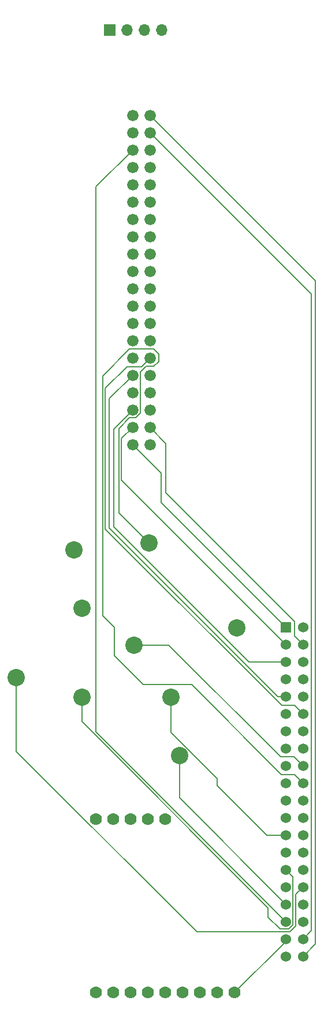
<source format=gbr>
%TF.GenerationSoftware,KiCad,Pcbnew,9.0.0*%
%TF.CreationDate,2025-03-07T03:21:26-05:00*%
%TF.ProjectId,Radio,52616469-6f2e-46b6-9963-61645f706362,1*%
%TF.SameCoordinates,Original*%
%TF.FileFunction,Copper,L1,Top*%
%TF.FilePolarity,Positive*%
%FSLAX46Y46*%
G04 Gerber Fmt 4.6, Leading zero omitted, Abs format (unit mm)*
G04 Created by KiCad (PCBNEW 9.0.0) date 2025-03-07 03:21:26*
%MOMM*%
%LPD*%
G01*
G04 APERTURE LIST*
%TA.AperFunction,ComponentPad*%
%ADD10R,1.524000X1.524000*%
%TD*%
%TA.AperFunction,ComponentPad*%
%ADD11C,1.524000*%
%TD*%
%TA.AperFunction,ComponentPad*%
%ADD12C,1.778000*%
%TD*%
%TA.AperFunction,ComponentPad*%
%ADD13C,2.540000*%
%TD*%
%TA.AperFunction,ComponentPad*%
%ADD14R,1.700000X1.700000*%
%TD*%
%TA.AperFunction,ComponentPad*%
%ADD15O,1.700000X1.700000*%
%TD*%
%TA.AperFunction,ComponentPad*%
%ADD16C,1.676400*%
%TD*%
%TA.AperFunction,Conductor*%
%ADD17C,0.200000*%
%TD*%
G04 APERTURE END LIST*
D10*
%TO.P,U3,1,3V3*%
%TO.N,Net-(J1-Pin_1)*%
X152933400Y-109474000D03*
D11*
%TO.P,U3,2,5V*%
%TO.N,Net-(U4-Vin)*%
X155473400Y-109474000D03*
%TO.P,U3,3,GPIO2/SDA1*%
%TO.N,Net-(J1-Pin_3)*%
X152933400Y-112014000D03*
%TO.P,U3,4,5V*%
%TO.N,Net-(J1-Pin_4)*%
X155473400Y-112014000D03*
%TO.P,U3,5,GPIO3/SCL1*%
%TO.N,Net-(J1-Pin_5)*%
X152933400Y-114554000D03*
%TO.P,U3,6,GND*%
%TO.N,Net-(U2-GND)*%
X155473400Y-114554000D03*
%TO.P,U3,7,GPIO4/GPIO_GCKL*%
%TO.N,unconnected-(U3-GPIO4{slash}GPIO_GCKL-Pad7)*%
X152933400Y-117094000D03*
%TO.P,U3,8,GPIO14/TXD0*%
%TO.N,unconnected-(U3-GPIO14{slash}TXD0-Pad8)*%
X155473400Y-117094000D03*
%TO.P,U3,9,GND*%
%TO.N,Net-(J1-Pin_9)*%
X152933400Y-119634000D03*
%TO.P,U3,10,GPIO15/RXD0*%
%TO.N,unconnected-(U3-GPIO15{slash}RXD0-Pad10)*%
X155473400Y-119634000D03*
%TO.P,U3,11,GPIO17/GPIO_GEN0*%
%TO.N,Net-(U1-SW2)*%
X152933400Y-122174000D03*
%TO.P,U3,12,GPIO18/GPIO_GEN1*%
%TO.N,Net-(J1-Pin_12)*%
X155473400Y-122174000D03*
%TO.P,U3,13,GPIO27/GPIO_GEN2*%
%TO.N,Net-(U1-ENCA)*%
X152933400Y-124714000D03*
%TO.P,U3,14,GND*%
%TO.N,unconnected-(U3-GND-Pad14)*%
X155473400Y-124714000D03*
%TO.P,U3,15,GPIO22/GPIO_GEN3*%
%TO.N,Net-(U1-SW5)*%
X152933400Y-127254000D03*
%TO.P,U3,16,GPIO23/GPIO_GEN4*%
%TO.N,unconnected-(U3-GPIO23{slash}GPIO_GEN4-Pad16)*%
X155473400Y-127254000D03*
%TO.P,U3,17,3V3*%
%TO.N,unconnected-(U3-3V3-Pad17)*%
X152933400Y-129794000D03*
%TO.P,U3,18,GPIO24/GPIO_GEN5*%
%TO.N,Net-(U1-SW1)*%
X155473400Y-129794000D03*
%TO.P,U3,19,GPIO10/SPI_MOSI*%
%TO.N,Net-(U3-GPIO10{slash}SPI_MOSI)*%
X152933400Y-132334000D03*
%TO.P,U3,20,GND*%
%TO.N,Net-(U1-COMB)*%
X155473400Y-132334000D03*
%TO.P,U3,21,GPIO9/SPI_MISO*%
%TO.N,Net-(U3-GPIO9{slash}SPI_MISO)*%
X152933400Y-134874000D03*
%TO.P,U3,22,GPIO25/GPIO_GEN6*%
%TO.N,Net-(U3-GPIO25{slash}GPIO_GEN6)*%
X155473400Y-134874000D03*
%TO.P,U3,23,GPIO11/SPI_SCLK*%
%TO.N,Net-(U3-GPIO11{slash}SPI_SCLK)*%
X152933400Y-137414000D03*
%TO.P,U3,24,GPIO8/~{SPI_CE0}*%
%TO.N,Net-(U3-GPIO8{slash}~{SPI_CE0})*%
X155473400Y-137414000D03*
%TO.P,U3,25,GND*%
%TO.N,Net-(U1-COMA)*%
X152933400Y-139954000D03*
%TO.P,U3,26,GPIO7/~{SPI_CE1}*%
%TO.N,unconnected-(U3-GPIO7{slash}~{SPI_CE1}-Pad26)*%
X155473400Y-139954000D03*
%TO.P,U3,27,ID_SD*%
%TO.N,unconnected-(U3-ID_SD-Pad27)*%
X152933400Y-142494000D03*
%TO.P,U3,28,ID_SC*%
%TO.N,unconnected-(U3-ID_SC-Pad28)*%
X155473400Y-142494000D03*
%TO.P,U3,29,GPIO5*%
%TO.N,Net-(U1-ENCB)*%
X152933400Y-145034000D03*
%TO.P,U3,30,GND*%
%TO.N,unconnected-(U3-GND-Pad30)*%
X155473400Y-145034000D03*
%TO.P,U3,31,GPIO6*%
%TO.N,unconnected-(U3-GPIO6-Pad31)*%
X152933400Y-147574000D03*
%TO.P,U3,32,GPIO12*%
%TO.N,Net-(U1-SW3)*%
X155473400Y-147574000D03*
%TO.P,U3,33,GPIO13*%
%TO.N,Net-(U1-SW4)*%
X152933400Y-150114000D03*
%TO.P,U3,34,GND*%
%TO.N,unconnected-(U3-GND-Pad34)*%
X155473400Y-150114000D03*
%TO.P,U3,35,GPIO19*%
%TO.N,Net-(J1-Pin_35)*%
X152933400Y-152654000D03*
%TO.P,U3,36,GPIO16*%
%TO.N,unconnected-(U3-GPIO16-Pad36)*%
X155473400Y-152654000D03*
%TO.P,U3,37,GPIO26*%
%TO.N,Net-(U3-GPIO26)*%
X152933400Y-155194000D03*
%TO.P,U3,38,GPIO20*%
%TO.N,Net-(J1-Pin_38)*%
X155473400Y-155194000D03*
%TO.P,U3,39,GND*%
%TO.N,unconnected-(U3-GND-Pad39)*%
X152933400Y-157734000D03*
%TO.P,U3,40,GPIO21*%
%TO.N,Net-(J1-Pin_40)*%
X155473400Y-157734000D03*
%TD*%
D12*
%TO.P,U4,G5,G5*%
%TO.N,unconnected-(U4-PadG5)*%
X135255000Y-137642600D03*
%TO.P,U4,G4,G4*%
%TO.N,unconnected-(U4-PadG4)*%
X132715000Y-137642600D03*
%TO.P,U4,G3,G3*%
%TO.N,unconnected-(U4-PadG3)*%
X130175000Y-137642600D03*
%TO.P,U4,G2,G2*%
%TO.N,unconnected-(U4-PadG2)*%
X127635000Y-137642600D03*
%TO.P,U4,G1,G1*%
%TO.N,unconnected-(U4-PadG1)*%
X125095000Y-137642600D03*
%TO.P,U4,9,RST*%
%TO.N,Net-(U3-GPIO26)*%
X145415000Y-163042600D03*
%TO.P,U4,8,CS*%
%TO.N,Net-(U3-GPIO8{slash}~{SPI_CE0})*%
X142875000Y-163042600D03*
%TO.P,U4,7,MOSI*%
%TO.N,Net-(U3-GPIO10{slash}SPI_MOSI)*%
X140335000Y-163042600D03*
%TO.P,U4,6,MISO*%
%TO.N,Net-(U3-GPIO9{slash}SPI_MISO)*%
X137795000Y-163042600D03*
%TO.P,U4,5,SCK*%
%TO.N,Net-(U3-GPIO11{slash}SPI_SCLK)*%
X135255000Y-163042600D03*
%TO.P,U4,4,G0*%
%TO.N,Net-(U3-GPIO25{slash}GPIO_GEN6)*%
X132715000Y-163042600D03*
%TO.P,U4,3,EN*%
%TO.N,unconnected-(U4-EN-Pad3)*%
X130175000Y-163042600D03*
%TO.P,U4,2,GND*%
%TO.N,Net-(J1-Pin_9)*%
X127635000Y-163042600D03*
%TO.P,U4,1,Vin*%
%TO.N,Net-(U4-Vin)*%
X125095000Y-163042600D03*
%TD*%
D13*
%TO.P,U1,A,ENCA*%
%TO.N,Net-(U1-ENCA)*%
X123047072Y-106684836D03*
%TO.P,U1,B,ENCB*%
%TO.N,Net-(U1-ENCB)*%
X123047072Y-119780454D03*
%TO.P,U1,COM_A,COMA*%
%TO.N,Net-(U1-COMA)*%
X136142690Y-119780454D03*
%TO.P,U1,COM_B,COMB*%
%TO.N,Net-(U1-COMB)*%
X132847572Y-97153037D03*
%TO.P,U1,S1,SW1*%
%TO.N,Net-(U1-SW1)*%
X130705039Y-112122487D03*
%TO.P,U1,S2,SW2*%
%TO.N,Net-(U1-SW2)*%
X121844991Y-98128844D03*
%TO.P,U1,S3,SW3*%
%TO.N,Net-(U1-SW3)*%
X113444562Y-116838890D03*
%TO.P,U1,S4,SW4*%
%TO.N,Net-(U1-SW4)*%
X137344771Y-128336446D03*
%TO.P,U1,S5,SW5*%
%TO.N,Net-(U1-SW5)*%
X145745200Y-109626400D03*
%TD*%
D14*
%TO.P,U2,1,GND*%
%TO.N,Net-(U2-GND)*%
X127127000Y-21945600D03*
D15*
%TO.P,U2,2,VCC*%
%TO.N,Net-(J1-Pin_1)*%
X129667000Y-21945600D03*
%TO.P,U2,3,SCL*%
%TO.N,Net-(J1-Pin_5)*%
X132207000Y-21945600D03*
%TO.P,U2,4,SDA*%
%TO.N,Net-(J1-Pin_3)*%
X134747000Y-21945600D03*
%TD*%
D16*
%TO.P,J1,1,Pin_1*%
%TO.N,Net-(J1-Pin_1)*%
X130479800Y-82727800D03*
%TO.P,J1,2,Pin_2*%
%TO.N,unconnected-(J1-Pin_2-Pad2)*%
X133019800Y-82727800D03*
%TO.P,J1,3,Pin_3*%
%TO.N,Net-(J1-Pin_3)*%
X130479800Y-80187800D03*
%TO.P,J1,4,Pin_4*%
%TO.N,Net-(J1-Pin_4)*%
X133019800Y-80187800D03*
%TO.P,J1,5,Pin_5*%
%TO.N,Net-(J1-Pin_5)*%
X130479800Y-77647800D03*
%TO.P,J1,6,Pin_6*%
%TO.N,unconnected-(J1-Pin_6-Pad6)*%
X133019800Y-77647800D03*
%TO.P,J1,7,Pin_7*%
%TO.N,unconnected-(J1-Pin_7-Pad7)*%
X130479800Y-75107800D03*
%TO.P,J1,8,Pin_8*%
%TO.N,unconnected-(J1-Pin_8-Pad8)*%
X133019800Y-75107800D03*
%TO.P,J1,9,Pin_9*%
%TO.N,Net-(J1-Pin_9)*%
X130479800Y-72567800D03*
%TO.P,J1,10,Pin_10*%
%TO.N,unconnected-(J1-Pin_10-Pad10)*%
X133019800Y-72567800D03*
%TO.P,J1,11,Pin_11*%
%TO.N,unconnected-(J1-Pin_11-Pad11)*%
X130479800Y-70027800D03*
%TO.P,J1,12,Pin_12*%
%TO.N,Net-(J1-Pin_12)*%
X133019800Y-70027800D03*
%TO.P,J1,13,Pin_13*%
%TO.N,unconnected-(J1-Pin_13-Pad13)*%
X130479800Y-67487800D03*
%TO.P,J1,14,Pin_14*%
%TO.N,unconnected-(J1-Pin_14-Pad14)*%
X133019800Y-67487800D03*
%TO.P,J1,15,Pin_15*%
%TO.N,unconnected-(J1-Pin_15-Pad15)*%
X130479800Y-64947800D03*
%TO.P,J1,16,Pin_16*%
%TO.N,unconnected-(J1-Pin_16-Pad16)*%
X133019800Y-64947800D03*
%TO.P,J1,17,Pin_17*%
%TO.N,unconnected-(J1-Pin_17-Pad17)*%
X130479800Y-62407800D03*
%TO.P,J1,18,Pin_18*%
%TO.N,unconnected-(J1-Pin_18-Pad18)*%
X133019800Y-62407800D03*
%TO.P,J1,19,Pin_19*%
%TO.N,unconnected-(J1-Pin_19-Pad19)*%
X130479800Y-59867800D03*
%TO.P,J1,20,Pin_20*%
%TO.N,unconnected-(J1-Pin_20-Pad20)*%
X133019800Y-59867800D03*
%TO.P,J1,21,Pin_21*%
%TO.N,unconnected-(J1-Pin_21-Pad21)*%
X130479800Y-57327800D03*
%TO.P,J1,22,Pin_22*%
%TO.N,unconnected-(J1-Pin_22-Pad22)*%
X133019800Y-57327800D03*
%TO.P,J1,23,Pin_23*%
%TO.N,unconnected-(J1-Pin_23-Pad23)*%
X130479800Y-54787800D03*
%TO.P,J1,24,Pin_24*%
%TO.N,unconnected-(J1-Pin_24-Pad24)*%
X133019800Y-54787800D03*
%TO.P,J1,25,Pin_25*%
%TO.N,unconnected-(J1-Pin_25-Pad25)*%
X130479800Y-52247800D03*
%TO.P,J1,26,Pin_26*%
%TO.N,unconnected-(J1-Pin_26-Pad26)*%
X133019800Y-52247800D03*
%TO.P,J1,27,Pin_27*%
%TO.N,unconnected-(J1-Pin_27-Pad27)*%
X130479800Y-49707800D03*
%TO.P,J1,28,Pin_28*%
%TO.N,unconnected-(J1-Pin_28-Pad28)*%
X133019800Y-49707800D03*
%TO.P,J1,29,Pin_29*%
%TO.N,unconnected-(J1-Pin_29-Pad29)*%
X130479800Y-47167800D03*
%TO.P,J1,30,Pin_30*%
%TO.N,unconnected-(J1-Pin_30-Pad30)*%
X133019800Y-47167800D03*
%TO.P,J1,31,Pin_31*%
%TO.N,unconnected-(J1-Pin_31-Pad31)*%
X130479800Y-44627800D03*
%TO.P,J1,32,Pin_32*%
%TO.N,unconnected-(J1-Pin_32-Pad32)*%
X133019800Y-44627800D03*
%TO.P,J1,33,Pin_33*%
%TO.N,unconnected-(J1-Pin_33-Pad33)*%
X130479800Y-42087800D03*
%TO.P,J1,34,Pin_34*%
%TO.N,unconnected-(J1-Pin_34-Pad34)*%
X133019800Y-42087800D03*
%TO.P,J1,35,Pin_35*%
%TO.N,Net-(J1-Pin_35)*%
X130479800Y-39547800D03*
%TO.P,J1,36,Pin_36*%
%TO.N,unconnected-(J1-Pin_36-Pad36)*%
X133019800Y-39547800D03*
%TO.P,J1,37,Pin_37*%
%TO.N,unconnected-(J1-Pin_37-Pad37)*%
X130479800Y-37007800D03*
%TO.P,J1,38,Pin_38*%
%TO.N,Net-(J1-Pin_38)*%
X133019800Y-37007800D03*
%TO.P,J1,39,Pin_39*%
%TO.N,unconnected-(J1-Pin_39-Pad39)*%
X130479800Y-34467800D03*
%TO.P,J1,40,Pin_40*%
%TO.N,Net-(J1-Pin_40)*%
X133019800Y-34467800D03*
%TD*%
D17*
%TO.N,Net-(J1-Pin_40)*%
X155473400Y-157734000D02*
X157285400Y-155922000D01*
X157285400Y-155922000D02*
X157285400Y-58733400D01*
X157285400Y-58733400D02*
X133019800Y-34467800D01*
%TO.N,Net-(U1-COMB)*%
X132847572Y-97153037D02*
X128453200Y-92758665D01*
X128453200Y-92758665D02*
X128453200Y-80341727D01*
X131619000Y-72095927D02*
X132442527Y-71272400D01*
X130951673Y-78787000D02*
X131619000Y-78119673D01*
X128453200Y-80341727D02*
X130007927Y-78787000D01*
X133604000Y-71272400D02*
X134340600Y-70535800D01*
X131619000Y-78119673D02*
X131619000Y-72095927D01*
X134340600Y-69443600D02*
X133604000Y-68707000D01*
X126091000Y-107803000D02*
X127787400Y-109499400D01*
X132442527Y-71272400D02*
X133604000Y-71272400D01*
X130007927Y-78787000D02*
X130951673Y-78787000D01*
X127787400Y-113646894D02*
X132047306Y-117906800D01*
X134340600Y-70535800D02*
X134340600Y-69443600D01*
X154203400Y-131064000D02*
X155473400Y-132334000D01*
X133604000Y-68707000D02*
X130048000Y-68707000D01*
X126091000Y-72664000D02*
X126091000Y-107803000D01*
X152286090Y-131064000D02*
X154203400Y-131064000D01*
X130048000Y-68707000D02*
X126091000Y-72664000D01*
X127787400Y-109499400D02*
X127787400Y-113646894D01*
X132047306Y-117906800D02*
X139128890Y-117906800D01*
X139128890Y-117906800D02*
X152286090Y-131064000D01*
%TO.N,Net-(U1-ENCB)*%
X152933400Y-145034000D02*
X153996400Y-146097000D01*
X150342600Y-151968200D02*
X150342600Y-150630300D01*
X153996400Y-153094310D02*
X153373710Y-153717000D01*
X152091400Y-153717000D02*
X150342600Y-151968200D01*
X153373710Y-153717000D02*
X152091400Y-153717000D01*
X153996400Y-146097000D02*
X153996400Y-153094310D01*
X150342600Y-150630300D02*
X123047072Y-123334772D01*
X123047072Y-123334772D02*
X123047072Y-119780454D01*
%TO.N,Net-(U3-GPIO26)*%
X145415000Y-163042600D02*
X152933400Y-155524200D01*
X152933400Y-155524200D02*
X152933400Y-155194000D01*
%TO.N,Net-(U1-SW4)*%
X137344771Y-128336446D02*
X137344771Y-134525371D01*
X137344771Y-134525371D02*
X152933400Y-150114000D01*
%TO.N,Net-(U1-SW1)*%
X130705039Y-112122487D02*
X135795287Y-112122487D01*
X154178000Y-128498600D02*
X155473400Y-129794000D01*
X135795287Y-112122487D02*
X152171400Y-128498600D01*
X152171400Y-128498600D02*
X154178000Y-128498600D01*
%TO.N,Net-(U1-COMA)*%
X136142690Y-119780454D02*
X136142690Y-124912635D01*
X136142690Y-124912635D02*
X142911600Y-131681545D01*
X142911600Y-131681545D02*
X142911600Y-132723616D01*
X150141984Y-139954000D02*
X152933400Y-139954000D01*
X142911600Y-132723616D02*
X150141984Y-139954000D01*
%TO.N,Net-(J1-Pin_9)*%
X130479800Y-72567800D02*
X127076200Y-75971400D01*
X127076200Y-75971400D02*
X127076200Y-94919800D01*
X127076200Y-94919800D02*
X151790400Y-119634000D01*
X151790400Y-119634000D02*
X152933400Y-119634000D01*
%TO.N,Net-(J1-Pin_35)*%
X130479800Y-39547800D02*
X125095000Y-44932600D01*
X125095000Y-44932600D02*
X125095000Y-124815600D01*
X125095000Y-124815600D02*
X152933400Y-152654000D01*
%TO.N,Net-(J1-Pin_12)*%
X133019800Y-70027800D02*
X131749800Y-71297800D01*
X129667000Y-71297800D02*
X126492000Y-74472800D01*
X131749800Y-71297800D02*
X129667000Y-71297800D01*
X126492000Y-74472800D02*
X126492000Y-95109910D01*
X126492000Y-95109910D02*
X152336890Y-120954800D01*
X152336890Y-120954800D02*
X154254200Y-120954800D01*
X154254200Y-120954800D02*
X155473400Y-122174000D01*
%TO.N,Net-(J1-Pin_5)*%
X130479800Y-77647800D02*
X127685800Y-80441800D01*
X127685800Y-80441800D02*
X127685800Y-94742000D01*
X127685800Y-94742000D02*
X147497800Y-114554000D01*
X147497800Y-114554000D02*
X152933400Y-114554000D01*
%TO.N,Net-(J1-Pin_38)*%
X133019800Y-37007800D02*
X156692600Y-60680600D01*
X156692600Y-60680600D02*
X156692600Y-153974800D01*
X156692600Y-153974800D02*
X155473400Y-155194000D01*
%TO.N,Net-(J1-Pin_4)*%
X133019800Y-80187800D02*
X135382000Y-82550000D01*
X154254200Y-110794800D02*
X155473400Y-112014000D01*
X135382000Y-82550000D02*
X135382000Y-89796600D01*
X135382000Y-89796600D02*
X154254200Y-108668800D01*
X154254200Y-108668800D02*
X154254200Y-110794800D01*
%TO.N,Net-(J1-Pin_3)*%
X130479800Y-80187800D02*
X128854200Y-81813400D01*
X128854200Y-81813400D02*
X128854200Y-87934800D01*
X128854200Y-87934800D02*
X152933400Y-112014000D01*
%TO.N,Net-(J1-Pin_1)*%
X152933400Y-109474000D02*
X134670800Y-91211400D01*
X134670800Y-91211400D02*
X134670800Y-86918800D01*
X134670800Y-86918800D02*
X130479800Y-82727800D01*
%TO.N,Net-(U1-SW3)*%
X155473400Y-147574000D02*
X154397400Y-148650000D01*
X154397400Y-153260410D02*
X153539810Y-154118000D01*
X139887485Y-154118000D02*
X113444562Y-127675077D01*
X154397400Y-148650000D02*
X154397400Y-153260410D01*
X113444562Y-127675077D02*
X113444562Y-116838890D01*
X153539810Y-154118000D02*
X139887485Y-154118000D01*
%TD*%
M02*

</source>
